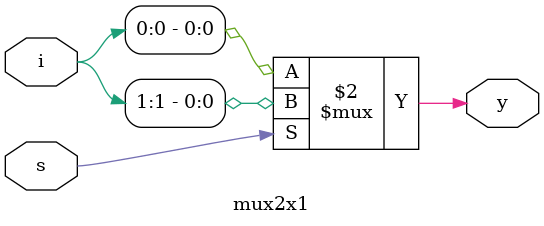
<source format=v>
module mux2x1(s,i,y);
  input [1:0]i;
  input s;
  output y;
  reg y;
  always @(s or i)
  begin
     y=s?i[1]:i[0];
  end
endmodule



</source>
